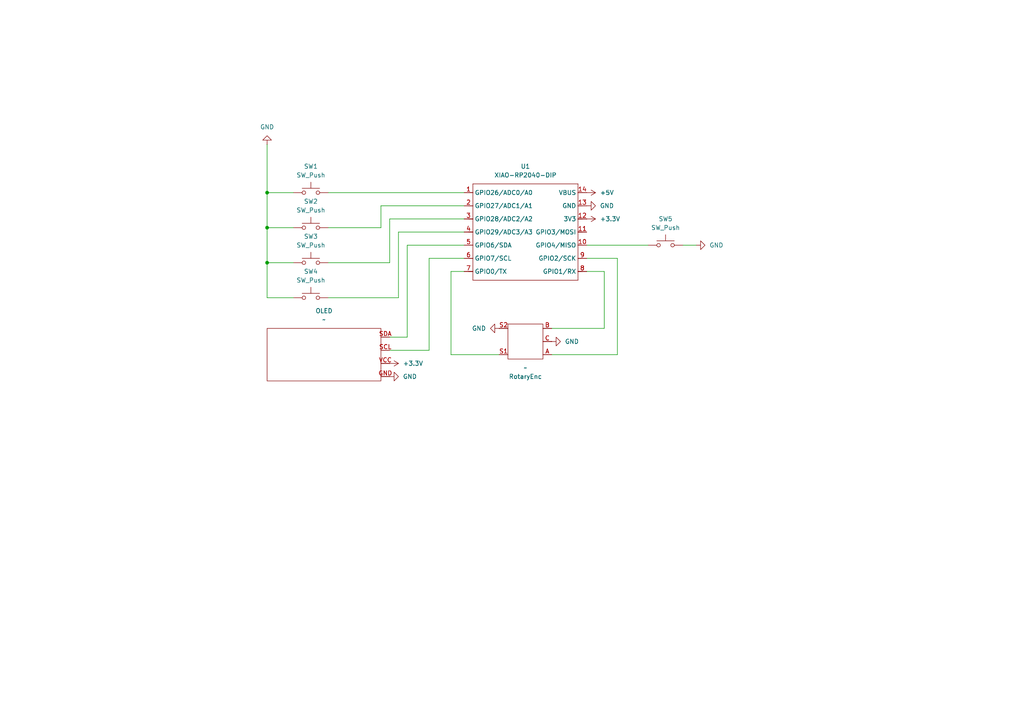
<source format=kicad_sch>
(kicad_sch (version 20250114) (generator "eeschema") (generator_version "9.0")
  (paper "A4")
  (lib_symbols
    (symbol "EC11:EC11"
      (property "Reference" "EC11" (at 0.508 -0.762 0))
      (symbol "EC11_0_1"
        (rectangle (start -5.08 5.08) (end 5.08 -5.08))
      )
      (symbol "EC11_1_1"
        (pin input line (at -7.62 3.81 0) (length 2.54) (name "") (number "A"))
        (pin input line (at -7.62 0 0) (length 2.54) (name "") (number "C"))
        (pin input line (at -7.62 -3.81 0) (length 2.54) (name "") (number "B"))
        (pin input line (at 7.62 3.81 180) (length 2.54) (name "") (number "S1"))
        (pin input line (at 7.62 -3.81 180) (length 2.54) (name "") (number "S2"))
      )
    )
    (symbol "OPL:OLED_SCREEN"
      (property "Reference" "U" (at 0 0 0))
      (symbol "OLED_SCREEN_0_1"
        (rectangle (start -16.51 7.62) (end 16.51 -7.62))
      )
      (symbol "OLED_SCREEN_1_1"
        (pin input line (at -19.05 5.08 0) (length 2.54) (name "") (number "SDA"))
        (pin input line (at -19.05 1.27 0) (length 2.54) (name "") (number "SCL"))
        (pin input line (at -19.05 -2.54 0) (length 2.54) (name "") (number "VCC"))
        (pin input line (at -19.05 -6.35 0) (length 2.54) (name "") (number "GND"))
      )
    )
    (symbol "OPL:XIAO-RP2040-DIP"
      (property "Reference" "U" (at 0 0 0))
      (property "Value" "XIAO-RP2040-DIP" (at 5.334 -1.778 0))
      (symbol "XIAO-RP2040-DIP_1_0"
        (polyline (pts (xy -1.27 -2.54) (xy 29.21 -2.54)) (stroke (width 0.1524)))
        (polyline (pts (xy -1.27 -5.08) (xy -2.54 -5.08)) (stroke (width 0.1524)))
        (polyline (pts (xy -1.27 -5.08) (xy -1.27 -2.54)) (stroke (width 0.1524)))
        (polyline (pts (xy -1.27 -8.89) (xy -2.54 -8.89)) (stroke (width 0.1524)))
        (polyline (pts (xy -1.27 -8.89) (xy -1.27 -5.08)) (stroke (width 0.1524)))
        (polyline (pts (xy -1.27 -12.7) (xy -2.54 -12.7)) (stroke (width 0.1524)))
        (polyline (pts (xy -1.27 -12.7) (xy -1.27 -8.89)) (stroke (width 0.1524)))
        (polyline (pts (xy -1.27 -16.51) (xy -2.54 -16.51)) (stroke (width 0.1524)))
        (polyline (pts (xy -1.27 -16.51) (xy -1.27 -12.7)) (stroke (width 0.1524)))
        (polyline (pts (xy -1.27 -20.32) (xy -2.54 -20.32)) (stroke (width 0.1524)))
        (polyline (pts (xy -1.27 -24.13) (xy -2.54 -24.13)) (stroke (width 0.1524)))
        (polyline (pts (xy -1.27 -27.94) (xy -2.54 -27.94)) (stroke (width 0.1524)))
        (polyline (pts (xy -1.27 -30.48) (xy -1.27 -16.51)) (stroke (width 0.1524)))
        (polyline (pts (xy 29.21 -2.54) (xy 29.21 -5.08)) (stroke (width 0.1524)))
        (polyline (pts (xy 29.21 -5.08) (xy 29.21 -8.89)) (stroke (width 0.1524)))
        (polyline (pts (xy 29.21 -8.89) (xy 29.21 -12.7)) (stroke (width 0.1524)))
        (polyline (pts (xy 29.21 -12.7) (xy 29.21 -30.48)) (stroke (width 0.1524)))
        (polyline (pts (xy 29.21 -30.48) (xy -1.27 -30.48)) (stroke (width 0.1524)))
        (polyline (pts (xy 30.48 -5.08) (xy 29.21 -5.08)) (stroke (width 0.1524)))
        (polyline (pts (xy 30.48 -8.89) (xy 29.21 -8.89)) (stroke (width 0.1524)))
        (polyline (pts (xy 30.48 -12.7) (xy 29.21 -12.7)) (stroke (width 0.1524)))
        (polyline (pts (xy 30.48 -16.51) (xy 29.21 -16.51)) (stroke (width 0.1524)))
        (polyline (pts (xy 30.48 -20.32) (xy 29.21 -20.32)) (stroke (width 0.1524)))
        (polyline (pts (xy 30.48 -24.13) (xy 29.21 -24.13)) (stroke (width 0.1524)))
        (polyline (pts (xy 30.48 -27.94) (xy 29.21 -27.94)) (stroke (width 0.1524)))
        (pin passive line (at -3.81 -5.08 0) (length 2.54) (name "GPIO26/ADC0/A0") (number "1"))
        (pin passive line (at -3.81 -8.89 0) (length 2.54) (name "GPIO27/ADC1/A1") (number "2"))
        (pin passive line (at -3.81 -12.7 0) (length 2.54) (name "GPIO28/ADC2/A2") (number "3"))
        (pin passive line (at -3.81 -16.51 0) (length 2.54) (name "GPIO29/ADC3/A3") (number "4"))
        (pin passive line (at -3.81 -20.32 0) (length 2.54) (name "GPIO6/SDA") (number "5"))
        (pin passive line (at -3.81 -24.13 0) (length 2.54) (name "GPIO7/SCL") (number "6"))
        (pin passive line (at -3.81 -27.94 0) (length 2.54) (name "GPIO0/TX") (number "7"))
        (pin passive line (at 31.75 -5.08 180) (length 2.54) (name "VBUS") (number "14"))
        (pin passive line (at 31.75 -8.89 180) (length 2.54) (name "GND") (number "13"))
        (pin passive line (at 31.75 -12.7 180) (length 2.54) (name "3V3") (number "12"))
        (pin passive line (at 31.75 -16.51 180) (length 2.54) (name "GPIO3/MOSI") (number "11"))
        (pin passive line (at 31.75 -20.32 180) (length 2.54) (name "GPIO4/MISO") (number "10"))
        (pin passive line (at 31.75 -24.13 180) (length 2.54) (name "GPIO2/SCK") (number "9"))
        (pin passive line (at 31.75 -27.94 180) (length 2.54) (name "GPIO1/RX") (number "8"))
      )
    )
    (symbol "Switch:SW_Push" (pin_numbers (hide yes)) (pin_names (offset 1.016) (hide yes))
      (property "Reference" "SW" (at 1.27 2.54 0))
      (property "Value" "SW_Push" (at 0 -1.524 0))
      (symbol "SW_Push_0_1"
        (circle (center -2.032 0) (radius 0.508))
        (polyline (pts (xy 0 1.27) (xy 0 3.048)))
        (circle (center 2.032 0) (radius 0.508))
        (polyline (pts (xy 2.54 1.27) (xy -2.54 1.27)))
        (pin passive line (at -5.08 0 0) (length 2.54) (name "1") (number "1"))
        (pin passive line (at 5.08 0 180) (length 2.54) (name "2") (number "2"))
      )
    )
    (symbol "power:+3.3V" (power) (pin_numbers (hide yes)) (pin_names (offset 0) (hide yes))
      (property "Value" "+3.3V" (at 0 3.556 0))
      (symbol "+3.3V_0_1"
        (polyline (pts (xy -0.762 1.27) (xy 0 2.54)))
        (polyline (pts (xy 0 2.54) (xy 0.762 1.27)))
        (polyline (pts (xy 0 0) (xy 0 2.54)))
      )
      (symbol "+3.3V_1_1"
        (pin power_in line (at 0 0 90) (length 0) (name "~") (number "1"))
      )
    )
    (symbol "power:+5V" (power) (pin_numbers (hide yes)) (pin_names (offset 0) (hide yes))
      (property "Value" "+5V" (at 0 3.556 0))
      (symbol "+5V_0_1"
        (polyline (pts (xy -0.762 1.27) (xy 0 2.54)))
        (polyline (pts (xy 0 2.54) (xy 0.762 1.27)))
        (polyline (pts (xy 0 0) (xy 0 2.54)))
      )
      (symbol "+5V_1_1"
        (pin power_in line (at 0 0 90) (length 0) (name "~") (number "1"))
      )
    )
    (symbol "power:GND" (power) (pin_numbers (hide yes)) (pin_names (offset 0) (hide yes))
      (property "Value" "GND" (at 0 -3.81 0))
      (symbol "GND_0_1"
        (polyline (pts (xy 0 0) (xy 0 -1.27) (xy 1.27 -1.27) (xy 0 -2.54) (xy -1.27 -1.27) (xy 0 -1.27)))
      )
      (symbol "GND_1_1"
        (pin power_in line (at 0 0 270) (length 0) (name "~") (number "1"))
      )
    )
  )
  (junction (at 77.47 76.2))
  (junction (at 77.47 66.04))
  (junction (at 77.47 55.88))
  (wire (pts (xy 130.81 102.87) (xy 130.81 78.74)))
  (wire (pts (xy 115.57 86.36) (xy 115.57 67.31)))
  (wire (pts (xy 179.07 74.93) (xy 170.18 74.93)))
  (wire (pts (xy 77.47 55.88) (xy 85.09 55.88)))
  (wire (pts (xy 113.03 63.5) (xy 134.62 63.5)))
  (wire (pts (xy 175.26 78.74) (xy 170.18 78.74)))
  (wire (pts (xy 170.18 71.12) (xy 187.96 71.12)))
  (wire (pts (xy 95.25 86.36) (xy 115.57 86.36)))
  (wire (pts (xy 77.47 86.36) (xy 85.09 86.36)))
  (wire (pts (xy 113.03 76.2) (xy 113.03 63.5)))
  (wire (pts (xy 113.03 101.6) (xy 124.46 101.6)))
  (wire (pts (xy 77.47 66.04) (xy 85.09 66.04)))
  (wire (pts (xy 124.46 74.93) (xy 134.62 74.93)))
  (wire (pts (xy 77.47 76.2) (xy 77.47 86.36)))
  (wire (pts (xy 110.49 59.69) (xy 134.62 59.69)))
  (wire (pts (xy 118.11 97.79) (xy 118.11 71.12)))
  (wire (pts (xy 95.25 66.04) (xy 110.49 66.04)))
  (wire (pts (xy 95.25 76.2) (xy 113.03 76.2)))
  (wire (pts (xy 179.07 102.87) (xy 179.07 74.93)))
  (wire (pts (xy 77.47 76.2) (xy 85.09 76.2)))
  (wire (pts (xy 160.02 95.25) (xy 175.26 95.25)))
  (wire (pts (xy 110.49 66.04) (xy 110.49 59.69)))
  (wire (pts (xy 115.57 67.31) (xy 134.62 67.31)))
  (wire (pts (xy 175.26 95.25) (xy 175.26 78.74)))
  (wire (pts (xy 95.25 55.88) (xy 134.62 55.88)))
  (wire (pts (xy 144.78 102.87) (xy 130.81 102.87)))
  (wire (pts (xy 77.47 66.04) (xy 77.47 76.2)))
  (wire (pts (xy 198.12 71.12) (xy 201.93 71.12)))
  (wire (pts (xy 124.46 101.6) (xy 124.46 74.93)))
  (wire (pts (xy 118.11 71.12) (xy 134.62 71.12)))
  (wire (pts (xy 130.81 78.74) (xy 134.62 78.74)))
  (wire (pts (xy 160.02 102.87) (xy 179.07 102.87)))
  (wire (pts (xy 77.47 55.88) (xy 77.47 66.04)))
  (wire (pts (xy 113.03 97.79) (xy 118.11 97.79)))
  (wire (pts (xy 77.47 41.91) (xy 77.47 55.88)))
  (symbol (lib_id "power:GND") (at 113.03 109.22 90) (mirror x) (unit 1)
    (property "Reference" "#PWR08" (effects (hide yes)))
    (property "Value" "GND" (at 116.84 109.2201 90) (effects (justify right)))
    (property "Description" "Power symbol creates a global label with name \"GND\" , ground" (effects (hide yes)))
  )
  (symbol (lib_id "OPL:OLED_SCREEN") (at 93.98 102.87 0) (mirror y) (unit 1)
    (property "Reference" "OLED" (at 93.98 90.17 0))
    (property "Value" "~" (at 93.98 92.71 0))
    (property "Footprint" "Display:OLED_DISPLAY" (effects (hide yes)))
  )
  (symbol (lib_id "Switch:SW_Push") (at 90.17 66.04 0) (unit 1)
    (property "Reference" "SW2" (at 90.17 58.42 0))
    (property "Value" "SW_Push" (at 90.17 60.96 0))
    (property "Footprint" "Button_Switch_Keyboard:SW_Cherry_MX_1.00u_PCB" (effects (hide yes)))
    (property "Description" "Push button switch, generic, two pins" (effects (hide yes)))
  )
  (symbol (lib_id "power:GND") (at 144.78 95.25 270) (mirror x) (unit 1)
    (property "Reference" "#PWR05" (effects (hide yes)))
    (property "Value" "GND" (at 140.97 95.2499 90) (effects (justify right)))
    (property "Description" "Power symbol creates a global label with name \"GND\" , ground" (effects (hide yes)))
  )
  (symbol (lib_id "power:+3.3V") (at 113.03 105.41 270) (mirror x) (unit 1)
    (property "Reference" "#PWR09" (effects (hide yes)))
    (property "Value" "+3.3V" (at 116.84 105.4101 90) (effects (justify left)))
    (property "Description" "Power symbol creates a global label with name \"+3.3V\"" (effects (hide yes)))
  )
  (symbol (lib_id "EC11:EC11") (at 152.4 99.06 180) (unit 1)
    (property "Reference" "RotaryEnc" (at 152.4 109.22 0))
    (property "Value" "~" (at 152.4 106.68 0))
    (property "Footprint" "EC11:RotaryEncoder_Alps_EC11E-Switch_Vertical_H20mm" (effects (hide yes)))
  )
  (symbol (lib_id "power:+5V") (at 170.18 55.88 270) (unit 1)
    (property "Reference" "#PWR01" (effects (hide yes)))
    (property "Value" "+5V" (at 173.99 55.8799 90) (effects (justify left)))
    (property "Description" "Power symbol creates a global label with name \"+5V\"" (effects (hide yes)))
  )
  (symbol (lib_id "Switch:SW_Push") (at 90.17 76.2 0) (unit 1)
    (property "Reference" "SW3" (at 90.17 68.58 0))
    (property "Value" "SW_Push" (at 90.17 71.12 0))
    (property "Footprint" "Button_Switch_Keyboard:SW_Cherry_MX_1.00u_PCB" (effects (hide yes)))
    (property "Description" "Push button switch, generic, two pins" (effects (hide yes)))
  )
  (symbol (lib_id "Switch:SW_Push") (at 193.04 71.12 0) (mirror y) (unit 1)
    (property "Reference" "SW5" (at 193.04 63.5 0))
    (property "Value" "SW_Push" (at 193.04 66.04 0))
    (property "Footprint" "Button_Switch_Keyboard:SW_Cherry_MX_1.00u_PCB" (effects (hide yes)))
    (property "Description" "Push button switch, generic, two pins" (effects (hide yes)))
  )
  (symbol (lib_id "power:+3.3V") (at 170.18 63.5 270) (unit 1)
    (property "Reference" "#PWR06" (effects (hide yes)))
    (property "Value" "+3.3V" (at 173.99 63.4999 90) (effects (justify left)))
    (property "Description" "Power symbol creates a global label with name \"+3.3V\"" (effects (hide yes)))
  )
  (symbol (lib_id "power:GND") (at 160.02 99.06 90) (mirror x) (unit 1)
    (property "Reference" "#PWR04" (effects (hide yes)))
    (property "Value" "GND" (at 163.83 99.0601 90) (effects (justify right)))
    (property "Description" "Power symbol creates a global label with name \"GND\" , ground" (effects (hide yes)))
  )
  (symbol (lib_id "Switch:SW_Push") (at 90.17 55.88 0) (unit 1)
    (property "Reference" "SW1" (at 90.17 48.26 0))
    (property "Value" "SW_Push" (at 90.17 50.8 0))
    (property "Footprint" "Button_Switch_Keyboard:SW_Cherry_MX_1.00u_PCB" (effects (hide yes)))
    (property "Description" "Push button switch, generic, two pins" (effects (hide yes)))
  )
  (symbol (lib_id "Switch:SW_Push") (at 90.17 86.36 0) (unit 1)
    (property "Reference" "SW4" (at 90.17 78.74 0))
    (property "Value" "SW_Push" (at 90.17 81.28 0))
    (property "Footprint" "Button_Switch_Keyboard:SW_Cherry_MX_1.00u_PCB" (effects (hide yes)))
    (property "Description" "Push button switch, generic, two pins" (effects (hide yes)))
  )
  (symbol (lib_id "power:GND") (at 170.18 59.69 90) (unit 1)
    (property "Reference" "#PWR02" (effects (hide yes)))
    (property "Value" "GND" (at 173.99 59.6899 90) (effects (justify right)))
    (property "Description" "Power symbol creates a global label with name \"GND\" , ground" (effects (hide yes)))
  )
  (symbol (lib_id "power:GND") (at 201.93 71.12 90) (unit 1)
    (property "Reference" "#PWR07" (effects (hide yes)))
    (property "Value" "GND" (at 205.74 71.1199 90) (effects (justify right)))
    (property "Description" "Power symbol creates a global label with name \"GND\" , ground" (effects (hide yes)))
  )
  (symbol (lib_id "power:GND") (at 77.47 41.91 0) (mirror x) (unit 1)
    (property "Reference" "#PWR03" (effects (hide yes)))
    (property "Value" "GND" (at 77.47 36.83 0))
    (property "Description" "Power symbol creates a global label with name \"GND\" , ground" (effects (hide yes)))
  )
  (symbol (lib_id "OPL:XIAO-RP2040-DIP") (at 138.43 50.8 0) (unit 1)
    (property "Reference" "U1" (at 152.4 48.26 0))
    (property "Value" "XIAO-RP2040-DIP" (at 152.4 50.8 0))
    (property "Footprint" "OPL:XIAO-RP2040-DIP" (effects (hide yes)))
  )
)
</source>
